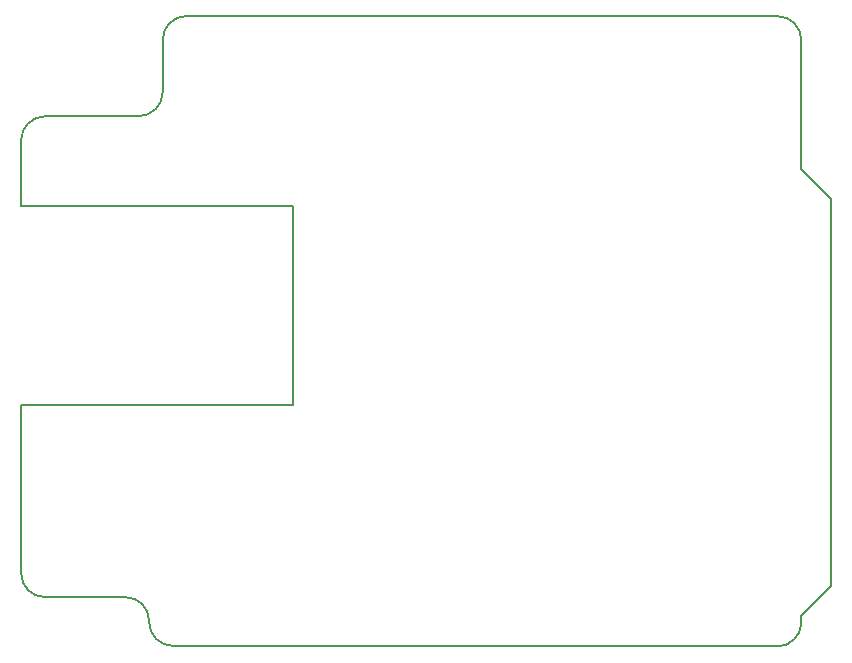
<source format=gm1>
%TF.GenerationSoftware,KiCad,Pcbnew,7.0.1*%
%TF.CreationDate,2023-06-16T17:14:34+02:00*%
%TF.ProjectId,Uno_shiefefefe - Copy,556e6f5f-7368-4696-9566-656665666520,rev?*%
%TF.SameCoordinates,Original*%
%TF.FileFunction,Profile,NP*%
%FSLAX46Y46*%
G04 Gerber Fmt 4.6, Leading zero omitted, Abs format (unit mm)*
G04 Created by KiCad (PCBNEW 7.0.1) date 2023-06-16 17:14:34*
%MOMM*%
%LPD*%
G01*
G04 APERTURE LIST*
%TA.AperFunction,Profile*%
%ADD10C,0.150000*%
%TD*%
G04 APERTURE END LIST*
D10*
X179578000Y-88519000D02*
X177038000Y-85979000D01*
X133975000Y-105950000D02*
X110990000Y-105950000D01*
X177038000Y-123825000D02*
X179578000Y-121285000D01*
X122955786Y-79470000D02*
X122975001Y-75000000D01*
X112988000Y-81500000D02*
X120955786Y-81470000D01*
X112990001Y-122199999D02*
X119810000Y-122200000D01*
X121810000Y-124200000D02*
G75*
G03*
X119810000Y-122200000I-2000000J0D01*
G01*
X177035800Y-75020000D02*
G75*
G03*
X175035786Y-73020000I-2000000J0D01*
G01*
X120955786Y-81469986D02*
G75*
G03*
X122955786Y-79470000I14J1999986D01*
G01*
X179578000Y-121285000D02*
X179578000Y-88519000D01*
X110990001Y-120199999D02*
G75*
G03*
X112990001Y-122199999I1999999J-1D01*
G01*
X175035786Y-126365786D02*
G75*
G03*
X177035786Y-124365786I14J1999986D01*
G01*
X112988000Y-81500000D02*
G75*
G03*
X110988000Y-83500000I0J-2000000D01*
G01*
X110990001Y-120199999D02*
X110990000Y-105950000D01*
X175035786Y-73020000D02*
X124975001Y-73000000D01*
X124975001Y-73000001D02*
G75*
G03*
X122975001Y-75000000I-1J-1999999D01*
G01*
X177035786Y-124365786D02*
X177038000Y-123825000D01*
X123814214Y-126320000D02*
X175035786Y-126365786D01*
X177038000Y-85979000D02*
X177035786Y-75020000D01*
X133975000Y-89100000D02*
X133975000Y-105950000D01*
X121814200Y-124320000D02*
G75*
G03*
X123814214Y-126320000I2000000J0D01*
G01*
X121810000Y-124200000D02*
X121814214Y-124320000D01*
X110988000Y-83500000D02*
X110990000Y-89100000D01*
X110990000Y-89100000D02*
X133975000Y-89100000D01*
M02*

</source>
